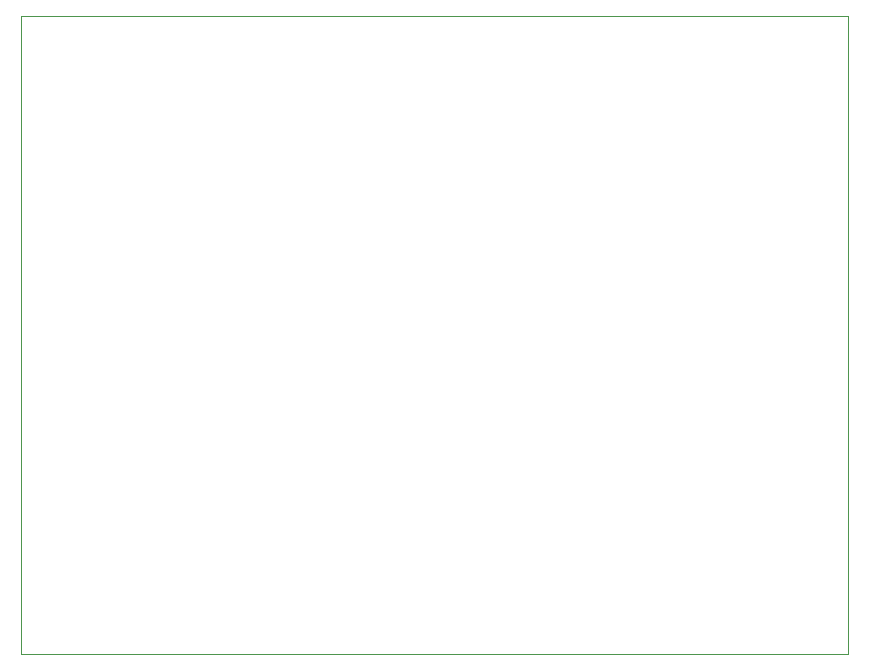
<source format=gbr>
G04 #@! TF.GenerationSoftware,KiCad,Pcbnew,(5.1.5)-3*
G04 #@! TF.CreationDate,2020-11-21T12:26:29+02:00*
G04 #@! TF.ProjectId,c64-wedge-psu-pcb,6336342d-7765-4646-9765-2d7073752d70,rev?*
G04 #@! TF.SameCoordinates,Original*
G04 #@! TF.FileFunction,Profile,NP*
%FSLAX46Y46*%
G04 Gerber Fmt 4.6, Leading zero omitted, Abs format (unit mm)*
G04 Created by KiCad (PCBNEW (5.1.5)-3) date 2020-11-21 12:26:29*
%MOMM*%
%LPD*%
G04 APERTURE LIST*
%ADD10C,0.050000*%
G04 APERTURE END LIST*
D10*
X90000000Y-114000000D02*
X90000000Y-60000000D01*
X160000000Y-114000000D02*
X90000000Y-114000000D01*
X160000000Y-60000000D02*
X160000000Y-114000000D01*
X90000000Y-60000000D02*
X160000000Y-60000000D01*
M02*

</source>
